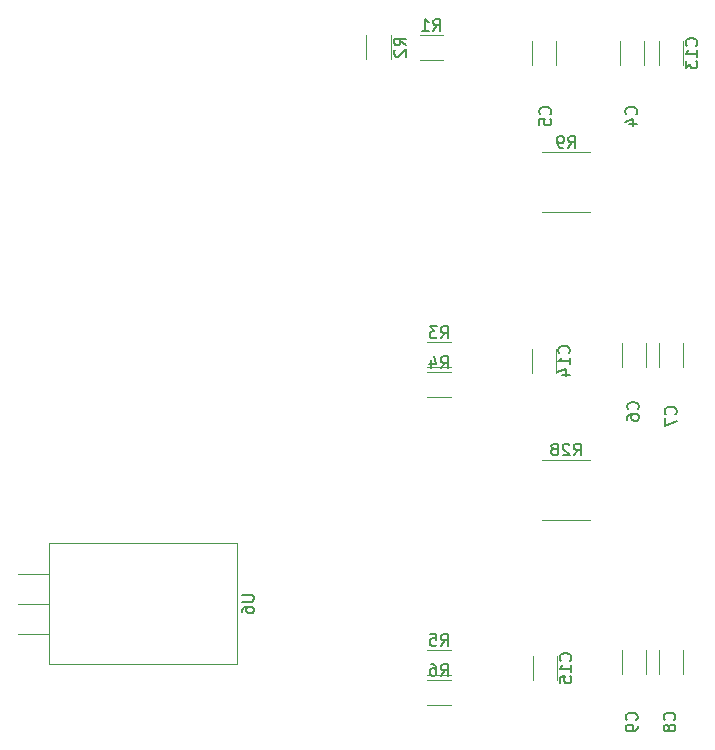
<source format=gbr>
G04 #@! TF.FileFunction,Legend,Bot*
%FSLAX46Y46*%
G04 Gerber Fmt 4.6, Leading zero omitted, Abs format (unit mm)*
G04 Created by KiCad (PCBNEW 4.0.4-stable) date 07/18/17 15:47:46*
%MOMM*%
%LPD*%
G01*
G04 APERTURE LIST*
%ADD10C,0.100000*%
%ADD11C,0.120000*%
%ADD12C,0.150000*%
G04 APERTURE END LIST*
D10*
D11*
X64012000Y69453000D02*
X64012000Y67453000D01*
X61972000Y67453000D02*
X61972000Y69453000D01*
X56519000Y69453000D02*
X56519000Y67453000D01*
X54479000Y67453000D02*
X54479000Y69453000D01*
X64139000Y43926000D02*
X64139000Y41926000D01*
X62099000Y41926000D02*
X62099000Y43926000D01*
X67314000Y43926000D02*
X67314000Y41926000D01*
X65274000Y41926000D02*
X65274000Y43926000D01*
X67314000Y17891000D02*
X67314000Y15891000D01*
X65274000Y15891000D02*
X65274000Y17891000D01*
X64139000Y17891000D02*
X64139000Y15891000D01*
X62099000Y15891000D02*
X62099000Y17891000D01*
X44974000Y67891000D02*
X46974000Y67891000D01*
X46974000Y70031000D02*
X44974000Y70031000D01*
X40459000Y69961000D02*
X40459000Y67961000D01*
X42599000Y67961000D02*
X42599000Y69961000D01*
X45609000Y41856000D02*
X47609000Y41856000D01*
X47609000Y43996000D02*
X45609000Y43996000D01*
X45609000Y39316000D02*
X47609000Y39316000D01*
X47609000Y41456000D02*
X45609000Y41456000D01*
X45609000Y15821000D02*
X47609000Y15821000D01*
X47609000Y17961000D02*
X45609000Y17961000D01*
X45609000Y13281000D02*
X47609000Y13281000D01*
X47609000Y15421000D02*
X45609000Y15421000D01*
X59434000Y54991000D02*
X55374000Y54991000D01*
X59434000Y60071000D02*
X55374000Y60071000D01*
X13596000Y16724000D02*
X13596000Y26964000D01*
X29486000Y16724000D02*
X29486000Y26964000D01*
X29486000Y16724000D02*
X13596000Y16724000D01*
X29486000Y26964000D02*
X13596000Y26964000D01*
X13596000Y19304000D02*
X10956000Y19304000D01*
X13596000Y21844000D02*
X10972000Y21844000D01*
X13596000Y24384000D02*
X10972000Y24384000D01*
X59434000Y28956000D02*
X55374000Y28956000D01*
X59434000Y34036000D02*
X55374000Y34036000D01*
X67314000Y69453000D02*
X67314000Y67453000D01*
X65274000Y67453000D02*
X65274000Y69453000D01*
X56519000Y43418000D02*
X56519000Y41418000D01*
X54479000Y41418000D02*
X54479000Y43418000D01*
X56646000Y17383000D02*
X56646000Y15383000D01*
X54606000Y15383000D02*
X54606000Y17383000D01*
D12*
X63304143Y63294666D02*
X63351762Y63342285D01*
X63399381Y63485142D01*
X63399381Y63580380D01*
X63351762Y63723238D01*
X63256524Y63818476D01*
X63161286Y63866095D01*
X62970810Y63913714D01*
X62827952Y63913714D01*
X62637476Y63866095D01*
X62542238Y63818476D01*
X62447000Y63723238D01*
X62399381Y63580380D01*
X62399381Y63485142D01*
X62447000Y63342285D01*
X62494619Y63294666D01*
X62732714Y62437523D02*
X63399381Y62437523D01*
X62351762Y62675619D02*
X63066048Y62913714D01*
X63066048Y62294666D01*
X56021143Y63294666D02*
X56068762Y63342285D01*
X56116381Y63485142D01*
X56116381Y63580380D01*
X56068762Y63723238D01*
X55973524Y63818476D01*
X55878286Y63866095D01*
X55687810Y63913714D01*
X55544952Y63913714D01*
X55354476Y63866095D01*
X55259238Y63818476D01*
X55164000Y63723238D01*
X55116381Y63580380D01*
X55116381Y63485142D01*
X55164000Y63342285D01*
X55211619Y63294666D01*
X55116381Y62389904D02*
X55116381Y62866095D01*
X55592571Y62913714D01*
X55544952Y62866095D01*
X55497333Y62770857D01*
X55497333Y62532761D01*
X55544952Y62437523D01*
X55592571Y62389904D01*
X55687810Y62342285D01*
X55925905Y62342285D01*
X56021143Y62389904D01*
X56068762Y62437523D01*
X56116381Y62532761D01*
X56116381Y62770857D01*
X56068762Y62866095D01*
X56021143Y62913714D01*
X63441143Y38302666D02*
X63488762Y38350285D01*
X63536381Y38493142D01*
X63536381Y38588380D01*
X63488762Y38731238D01*
X63393524Y38826476D01*
X63298286Y38874095D01*
X63107810Y38921714D01*
X62964952Y38921714D01*
X62774476Y38874095D01*
X62679238Y38826476D01*
X62584000Y38731238D01*
X62536381Y38588380D01*
X62536381Y38493142D01*
X62584000Y38350285D01*
X62631619Y38302666D01*
X62536381Y37445523D02*
X62536381Y37636000D01*
X62584000Y37731238D01*
X62631619Y37778857D01*
X62774476Y37874095D01*
X62964952Y37921714D01*
X63345905Y37921714D01*
X63441143Y37874095D01*
X63488762Y37826476D01*
X63536381Y37731238D01*
X63536381Y37540761D01*
X63488762Y37445523D01*
X63441143Y37397904D01*
X63345905Y37350285D01*
X63107810Y37350285D01*
X63012571Y37397904D01*
X62964952Y37445523D01*
X62917333Y37540761D01*
X62917333Y37731238D01*
X62964952Y37826476D01*
X63012571Y37874095D01*
X63107810Y37921714D01*
X66641143Y37902666D02*
X66688762Y37950285D01*
X66736381Y38093142D01*
X66736381Y38188380D01*
X66688762Y38331238D01*
X66593524Y38426476D01*
X66498286Y38474095D01*
X66307810Y38521714D01*
X66164952Y38521714D01*
X65974476Y38474095D01*
X65879238Y38426476D01*
X65784000Y38331238D01*
X65736381Y38188380D01*
X65736381Y38093142D01*
X65784000Y37950285D01*
X65831619Y37902666D01*
X65736381Y37569333D02*
X65736381Y36902666D01*
X66736381Y37331238D01*
X66541143Y12002666D02*
X66588762Y12050285D01*
X66636381Y12193142D01*
X66636381Y12288380D01*
X66588762Y12431238D01*
X66493524Y12526476D01*
X66398286Y12574095D01*
X66207810Y12621714D01*
X66064952Y12621714D01*
X65874476Y12574095D01*
X65779238Y12526476D01*
X65684000Y12431238D01*
X65636381Y12288380D01*
X65636381Y12193142D01*
X65684000Y12050285D01*
X65731619Y12002666D01*
X66064952Y11431238D02*
X66017333Y11526476D01*
X65969714Y11574095D01*
X65874476Y11621714D01*
X65826857Y11621714D01*
X65731619Y11574095D01*
X65684000Y11526476D01*
X65636381Y11431238D01*
X65636381Y11240761D01*
X65684000Y11145523D01*
X65731619Y11097904D01*
X65826857Y11050285D01*
X65874476Y11050285D01*
X65969714Y11097904D01*
X66017333Y11145523D01*
X66064952Y11240761D01*
X66064952Y11431238D01*
X66112571Y11526476D01*
X66160190Y11574095D01*
X66255429Y11621714D01*
X66445905Y11621714D01*
X66541143Y11574095D01*
X66588762Y11526476D01*
X66636381Y11431238D01*
X66636381Y11240761D01*
X66588762Y11145523D01*
X66541143Y11097904D01*
X66445905Y11050285D01*
X66255429Y11050285D01*
X66160190Y11097904D01*
X66112571Y11145523D01*
X66064952Y11240761D01*
X63341143Y12002666D02*
X63388762Y12050285D01*
X63436381Y12193142D01*
X63436381Y12288380D01*
X63388762Y12431238D01*
X63293524Y12526476D01*
X63198286Y12574095D01*
X63007810Y12621714D01*
X62864952Y12621714D01*
X62674476Y12574095D01*
X62579238Y12526476D01*
X62484000Y12431238D01*
X62436381Y12288380D01*
X62436381Y12193142D01*
X62484000Y12050285D01*
X62531619Y12002666D01*
X63436381Y11526476D02*
X63436381Y11336000D01*
X63388762Y11240761D01*
X63341143Y11193142D01*
X63198286Y11097904D01*
X63007810Y11050285D01*
X62626857Y11050285D01*
X62531619Y11097904D01*
X62484000Y11145523D01*
X62436381Y11240761D01*
X62436381Y11431238D01*
X62484000Y11526476D01*
X62531619Y11574095D01*
X62626857Y11621714D01*
X62864952Y11621714D01*
X62960190Y11574095D01*
X63007810Y11526476D01*
X63055429Y11431238D01*
X63055429Y11240761D01*
X63007810Y11145523D01*
X62960190Y11097904D01*
X62864952Y11050285D01*
X46140666Y70358619D02*
X46474000Y70834810D01*
X46712095Y70358619D02*
X46712095Y71358619D01*
X46331142Y71358619D01*
X46235904Y71311000D01*
X46188285Y71263381D01*
X46140666Y71168143D01*
X46140666Y71025286D01*
X46188285Y70930048D01*
X46235904Y70882429D01*
X46331142Y70834810D01*
X46712095Y70834810D01*
X45188285Y70358619D02*
X45759714Y70358619D01*
X45474000Y70358619D02*
X45474000Y71358619D01*
X45569238Y71215762D01*
X45664476Y71120524D01*
X45759714Y71072905D01*
X43831381Y69127666D02*
X43355190Y69461000D01*
X43831381Y69699095D02*
X42831381Y69699095D01*
X42831381Y69318142D01*
X42879000Y69222904D01*
X42926619Y69175285D01*
X43021857Y69127666D01*
X43164714Y69127666D01*
X43259952Y69175285D01*
X43307571Y69222904D01*
X43355190Y69318142D01*
X43355190Y69699095D01*
X42926619Y68746714D02*
X42879000Y68699095D01*
X42831381Y68603857D01*
X42831381Y68365761D01*
X42879000Y68270523D01*
X42926619Y68222904D01*
X43021857Y68175285D01*
X43117095Y68175285D01*
X43259952Y68222904D01*
X43831381Y68794333D01*
X43831381Y68175285D01*
X46775666Y44323619D02*
X47109000Y44799810D01*
X47347095Y44323619D02*
X47347095Y45323619D01*
X46966142Y45323619D01*
X46870904Y45276000D01*
X46823285Y45228381D01*
X46775666Y45133143D01*
X46775666Y44990286D01*
X46823285Y44895048D01*
X46870904Y44847429D01*
X46966142Y44799810D01*
X47347095Y44799810D01*
X46442333Y45323619D02*
X45823285Y45323619D01*
X46156619Y44942667D01*
X46013761Y44942667D01*
X45918523Y44895048D01*
X45870904Y44847429D01*
X45823285Y44752190D01*
X45823285Y44514095D01*
X45870904Y44418857D01*
X45918523Y44371238D01*
X46013761Y44323619D01*
X46299476Y44323619D01*
X46394714Y44371238D01*
X46442333Y44418857D01*
X46775666Y41783619D02*
X47109000Y42259810D01*
X47347095Y41783619D02*
X47347095Y42783619D01*
X46966142Y42783619D01*
X46870904Y42736000D01*
X46823285Y42688381D01*
X46775666Y42593143D01*
X46775666Y42450286D01*
X46823285Y42355048D01*
X46870904Y42307429D01*
X46966142Y42259810D01*
X47347095Y42259810D01*
X45918523Y42450286D02*
X45918523Y41783619D01*
X46156619Y42831238D02*
X46394714Y42116952D01*
X45775666Y42116952D01*
X46775666Y18288619D02*
X47109000Y18764810D01*
X47347095Y18288619D02*
X47347095Y19288619D01*
X46966142Y19288619D01*
X46870904Y19241000D01*
X46823285Y19193381D01*
X46775666Y19098143D01*
X46775666Y18955286D01*
X46823285Y18860048D01*
X46870904Y18812429D01*
X46966142Y18764810D01*
X47347095Y18764810D01*
X45870904Y19288619D02*
X46347095Y19288619D01*
X46394714Y18812429D01*
X46347095Y18860048D01*
X46251857Y18907667D01*
X46013761Y18907667D01*
X45918523Y18860048D01*
X45870904Y18812429D01*
X45823285Y18717190D01*
X45823285Y18479095D01*
X45870904Y18383857D01*
X45918523Y18336238D01*
X46013761Y18288619D01*
X46251857Y18288619D01*
X46347095Y18336238D01*
X46394714Y18383857D01*
X46775666Y15748619D02*
X47109000Y16224810D01*
X47347095Y15748619D02*
X47347095Y16748619D01*
X46966142Y16748619D01*
X46870904Y16701000D01*
X46823285Y16653381D01*
X46775666Y16558143D01*
X46775666Y16415286D01*
X46823285Y16320048D01*
X46870904Y16272429D01*
X46966142Y16224810D01*
X47347095Y16224810D01*
X45918523Y16748619D02*
X46109000Y16748619D01*
X46204238Y16701000D01*
X46251857Y16653381D01*
X46347095Y16510524D01*
X46394714Y16320048D01*
X46394714Y15939095D01*
X46347095Y15843857D01*
X46299476Y15796238D01*
X46204238Y15748619D01*
X46013761Y15748619D01*
X45918523Y15796238D01*
X45870904Y15843857D01*
X45823285Y15939095D01*
X45823285Y16177190D01*
X45870904Y16272429D01*
X45918523Y16320048D01*
X46013761Y16367667D01*
X46204238Y16367667D01*
X46299476Y16320048D01*
X46347095Y16272429D01*
X46394714Y16177190D01*
X57570666Y60438619D02*
X57904000Y60914810D01*
X58142095Y60438619D02*
X58142095Y61438619D01*
X57761142Y61438619D01*
X57665904Y61391000D01*
X57618285Y61343381D01*
X57570666Y61248143D01*
X57570666Y61105286D01*
X57618285Y61010048D01*
X57665904Y60962429D01*
X57761142Y60914810D01*
X58142095Y60914810D01*
X57094476Y60438619D02*
X56904000Y60438619D01*
X56808761Y60486238D01*
X56761142Y60533857D01*
X56665904Y60676714D01*
X56618285Y60867190D01*
X56618285Y61248143D01*
X56665904Y61343381D01*
X56713523Y61391000D01*
X56808761Y61438619D01*
X56999238Y61438619D01*
X57094476Y61391000D01*
X57142095Y61343381D01*
X57189714Y61248143D01*
X57189714Y61010048D01*
X57142095Y60914810D01*
X57094476Y60867190D01*
X56999238Y60819571D01*
X56808761Y60819571D01*
X56713523Y60867190D01*
X56665904Y60914810D01*
X56618285Y61010048D01*
X29938381Y22605905D02*
X30747905Y22605905D01*
X30843143Y22558286D01*
X30890762Y22510667D01*
X30938381Y22415429D01*
X30938381Y22224952D01*
X30890762Y22129714D01*
X30843143Y22082095D01*
X30747905Y22034476D01*
X29938381Y22034476D01*
X29938381Y21129714D02*
X29938381Y21320191D01*
X29986000Y21415429D01*
X30033619Y21463048D01*
X30176476Y21558286D01*
X30366952Y21605905D01*
X30747905Y21605905D01*
X30843143Y21558286D01*
X30890762Y21510667D01*
X30938381Y21415429D01*
X30938381Y21224952D01*
X30890762Y21129714D01*
X30843143Y21082095D01*
X30747905Y21034476D01*
X30509810Y21034476D01*
X30414571Y21082095D01*
X30366952Y21129714D01*
X30319333Y21224952D01*
X30319333Y21415429D01*
X30366952Y21510667D01*
X30414571Y21558286D01*
X30509810Y21605905D01*
X58046857Y34403619D02*
X58380191Y34879810D01*
X58618286Y34403619D02*
X58618286Y35403619D01*
X58237333Y35403619D01*
X58142095Y35356000D01*
X58094476Y35308381D01*
X58046857Y35213143D01*
X58046857Y35070286D01*
X58094476Y34975048D01*
X58142095Y34927429D01*
X58237333Y34879810D01*
X58618286Y34879810D01*
X57665905Y35308381D02*
X57618286Y35356000D01*
X57523048Y35403619D01*
X57284952Y35403619D01*
X57189714Y35356000D01*
X57142095Y35308381D01*
X57094476Y35213143D01*
X57094476Y35117905D01*
X57142095Y34975048D01*
X57713524Y34403619D01*
X57094476Y34403619D01*
X56523048Y34975048D02*
X56618286Y35022667D01*
X56665905Y35070286D01*
X56713524Y35165524D01*
X56713524Y35213143D01*
X56665905Y35308381D01*
X56618286Y35356000D01*
X56523048Y35403619D01*
X56332571Y35403619D01*
X56237333Y35356000D01*
X56189714Y35308381D01*
X56142095Y35213143D01*
X56142095Y35165524D01*
X56189714Y35070286D01*
X56237333Y35022667D01*
X56332571Y34975048D01*
X56523048Y34975048D01*
X56618286Y34927429D01*
X56665905Y34879810D01*
X56713524Y34784571D01*
X56713524Y34594095D01*
X56665905Y34498857D01*
X56618286Y34451238D01*
X56523048Y34403619D01*
X56332571Y34403619D01*
X56237333Y34451238D01*
X56189714Y34498857D01*
X56142095Y34594095D01*
X56142095Y34784571D01*
X56189714Y34879810D01*
X56237333Y34927429D01*
X56332571Y34975048D01*
X68401143Y69095857D02*
X68448762Y69143476D01*
X68496381Y69286333D01*
X68496381Y69381571D01*
X68448762Y69524429D01*
X68353524Y69619667D01*
X68258286Y69667286D01*
X68067810Y69714905D01*
X67924952Y69714905D01*
X67734476Y69667286D01*
X67639238Y69619667D01*
X67544000Y69524429D01*
X67496381Y69381571D01*
X67496381Y69286333D01*
X67544000Y69143476D01*
X67591619Y69095857D01*
X68496381Y68143476D02*
X68496381Y68714905D01*
X68496381Y68429191D02*
X67496381Y68429191D01*
X67639238Y68524429D01*
X67734476Y68619667D01*
X67782095Y68714905D01*
X67496381Y67810143D02*
X67496381Y67191095D01*
X67877333Y67524429D01*
X67877333Y67381571D01*
X67924952Y67286333D01*
X67972571Y67238714D01*
X68067810Y67191095D01*
X68305905Y67191095D01*
X68401143Y67238714D01*
X68448762Y67286333D01*
X68496381Y67381571D01*
X68496381Y67667286D01*
X68448762Y67762524D01*
X68401143Y67810143D01*
X57606143Y43060857D02*
X57653762Y43108476D01*
X57701381Y43251333D01*
X57701381Y43346571D01*
X57653762Y43489429D01*
X57558524Y43584667D01*
X57463286Y43632286D01*
X57272810Y43679905D01*
X57129952Y43679905D01*
X56939476Y43632286D01*
X56844238Y43584667D01*
X56749000Y43489429D01*
X56701381Y43346571D01*
X56701381Y43251333D01*
X56749000Y43108476D01*
X56796619Y43060857D01*
X57701381Y42108476D02*
X57701381Y42679905D01*
X57701381Y42394191D02*
X56701381Y42394191D01*
X56844238Y42489429D01*
X56939476Y42584667D01*
X56987095Y42679905D01*
X57034714Y41251333D02*
X57701381Y41251333D01*
X56653762Y41489429D02*
X57368048Y41727524D01*
X57368048Y41108476D01*
X57733143Y17025857D02*
X57780762Y17073476D01*
X57828381Y17216333D01*
X57828381Y17311571D01*
X57780762Y17454429D01*
X57685524Y17549667D01*
X57590286Y17597286D01*
X57399810Y17644905D01*
X57256952Y17644905D01*
X57066476Y17597286D01*
X56971238Y17549667D01*
X56876000Y17454429D01*
X56828381Y17311571D01*
X56828381Y17216333D01*
X56876000Y17073476D01*
X56923619Y17025857D01*
X57828381Y16073476D02*
X57828381Y16644905D01*
X57828381Y16359191D02*
X56828381Y16359191D01*
X56971238Y16454429D01*
X57066476Y16549667D01*
X57114095Y16644905D01*
X56828381Y15168714D02*
X56828381Y15644905D01*
X57304571Y15692524D01*
X57256952Y15644905D01*
X57209333Y15549667D01*
X57209333Y15311571D01*
X57256952Y15216333D01*
X57304571Y15168714D01*
X57399810Y15121095D01*
X57637905Y15121095D01*
X57733143Y15168714D01*
X57780762Y15216333D01*
X57828381Y15311571D01*
X57828381Y15549667D01*
X57780762Y15644905D01*
X57733143Y15692524D01*
M02*

</source>
